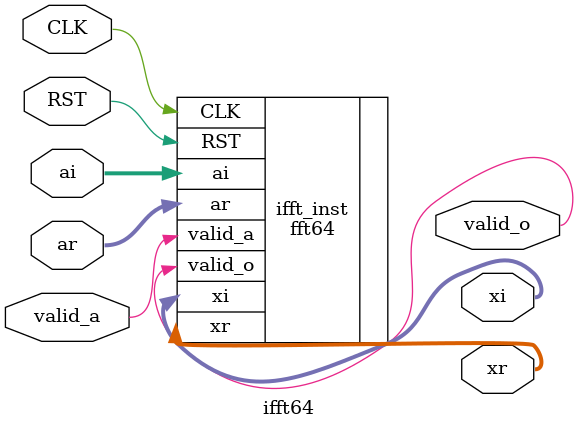
<source format=v>

module ifft64
  #(parameter width=11)
    (
     input              CLK,
     input              RST,

     input              valid_a,
     input [width-1:0]  ar,
     input [width-1:0]  ai,

     output             valid_o,
     output [width-1:0] xr,
     output [width-1:0] xi
     );

    fft64
      #(.width(width),
        .mult_aw(16),
        .mult_bw(16),
        .mult_pw(32),
        .compmult_delay(4),
        .inverse(1))
    ifft_inst
    (
     .CLK(CLK),
     .RST(RST),

     .valid_a(valid_a),
     .ar(ar),
     .ai(ai),

     .valid_o(valid_o),
     .xr(xr),
     .xi(xi)
     );

endmodule

</source>
